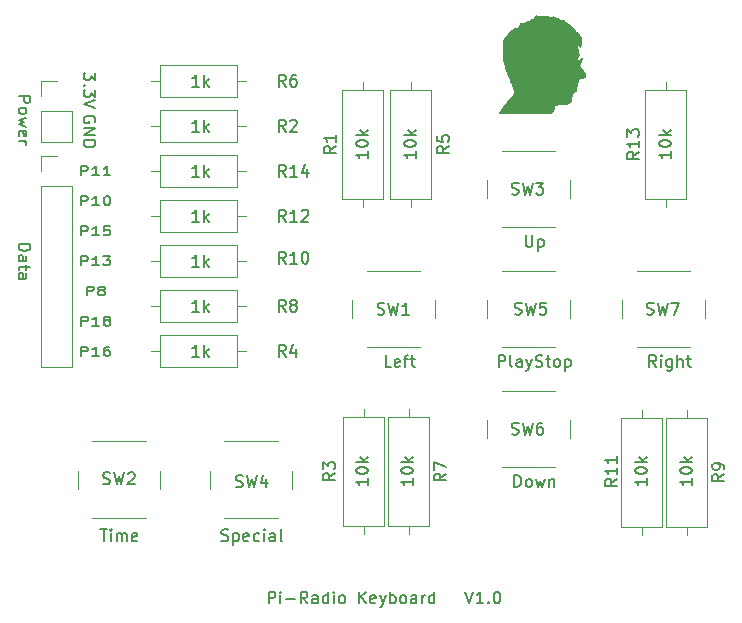
<source format=gbr>
%TF.GenerationSoftware,KiCad,Pcbnew,(5.1.10)-1*%
%TF.CreationDate,2021-10-30T19:23:44+02:00*%
%TF.ProjectId,Pi-Radio,50692d52-6164-4696-9f2e-6b696361645f,rev?*%
%TF.SameCoordinates,PX602aa70PY947d2f0*%
%TF.FileFunction,Legend,Top*%
%TF.FilePolarity,Positive*%
%FSLAX46Y46*%
G04 Gerber Fmt 4.6, Leading zero omitted, Abs format (unit mm)*
G04 Created by KiCad (PCBNEW (5.1.10)-1) date 2021-10-30 19:23:44*
%MOMM*%
%LPD*%
G01*
G04 APERTURE LIST*
%ADD10C,0.150000*%
%ADD11C,0.010000*%
%ADD12C,0.120000*%
G04 APERTURE END LIST*
D10*
X8162000Y44463905D02*
X8209619Y44559143D01*
X8209619Y44702000D01*
X8162000Y44844858D01*
X8066761Y44940096D01*
X7971523Y44987715D01*
X7781047Y45035334D01*
X7638190Y45035334D01*
X7447714Y44987715D01*
X7352476Y44940096D01*
X7257238Y44844858D01*
X7209619Y44702000D01*
X7209619Y44606762D01*
X7257238Y44463905D01*
X7304857Y44416286D01*
X7638190Y44416286D01*
X7638190Y44606762D01*
X7209619Y43987715D02*
X8209619Y43987715D01*
X7209619Y43416286D01*
X8209619Y43416286D01*
X7209619Y42940096D02*
X8209619Y42940096D01*
X8209619Y42702000D01*
X8162000Y42559143D01*
X8066761Y42463905D01*
X7971523Y42416286D01*
X7781047Y42368667D01*
X7638190Y42368667D01*
X7447714Y42416286D01*
X7352476Y42463905D01*
X7257238Y42559143D01*
X7209619Y42702000D01*
X7209619Y42940096D01*
X8209619Y48678191D02*
X8209619Y48059143D01*
X7828666Y48392477D01*
X7828666Y48249620D01*
X7781047Y48154381D01*
X7733428Y48106762D01*
X7638190Y48059143D01*
X7400095Y48059143D01*
X7304857Y48106762D01*
X7257238Y48154381D01*
X7209619Y48249620D01*
X7209619Y48535334D01*
X7257238Y48630572D01*
X7304857Y48678191D01*
X7304857Y47630572D02*
X7257238Y47582953D01*
X7209619Y47630572D01*
X7257238Y47678191D01*
X7304857Y47630572D01*
X7209619Y47630572D01*
X8209619Y47249620D02*
X8209619Y46630572D01*
X7828666Y46963905D01*
X7828666Y46821048D01*
X7781047Y46725810D01*
X7733428Y46678191D01*
X7638190Y46630572D01*
X7400095Y46630572D01*
X7304857Y46678191D01*
X7257238Y46725810D01*
X7209619Y46821048D01*
X7209619Y47106762D01*
X7257238Y47202000D01*
X7304857Y47249620D01*
X8209619Y46344858D02*
X7209619Y46011524D01*
X8209619Y45678191D01*
X22876285Y3749620D02*
X22876285Y4749620D01*
X23257238Y4749620D01*
X23352476Y4702000D01*
X23400095Y4654381D01*
X23447714Y4559143D01*
X23447714Y4416286D01*
X23400095Y4321048D01*
X23352476Y4273429D01*
X23257238Y4225810D01*
X22876285Y4225810D01*
X23876285Y3749620D02*
X23876285Y4416286D01*
X23876285Y4749620D02*
X23828666Y4702000D01*
X23876285Y4654381D01*
X23923904Y4702000D01*
X23876285Y4749620D01*
X23876285Y4654381D01*
X24352476Y4130572D02*
X25114380Y4130572D01*
X26162000Y3749620D02*
X25828666Y4225810D01*
X25590571Y3749620D02*
X25590571Y4749620D01*
X25971523Y4749620D01*
X26066761Y4702000D01*
X26114380Y4654381D01*
X26162000Y4559143D01*
X26162000Y4416286D01*
X26114380Y4321048D01*
X26066761Y4273429D01*
X25971523Y4225810D01*
X25590571Y4225810D01*
X27019142Y3749620D02*
X27019142Y4273429D01*
X26971523Y4368667D01*
X26876285Y4416286D01*
X26685809Y4416286D01*
X26590571Y4368667D01*
X27019142Y3797239D02*
X26923904Y3749620D01*
X26685809Y3749620D01*
X26590571Y3797239D01*
X26542952Y3892477D01*
X26542952Y3987715D01*
X26590571Y4082953D01*
X26685809Y4130572D01*
X26923904Y4130572D01*
X27019142Y4178191D01*
X27923904Y3749620D02*
X27923904Y4749620D01*
X27923904Y3797239D02*
X27828666Y3749620D01*
X27638190Y3749620D01*
X27542952Y3797239D01*
X27495333Y3844858D01*
X27447714Y3940096D01*
X27447714Y4225810D01*
X27495333Y4321048D01*
X27542952Y4368667D01*
X27638190Y4416286D01*
X27828666Y4416286D01*
X27923904Y4368667D01*
X28400095Y3749620D02*
X28400095Y4416286D01*
X28400095Y4749620D02*
X28352476Y4702000D01*
X28400095Y4654381D01*
X28447714Y4702000D01*
X28400095Y4749620D01*
X28400095Y4654381D01*
X29019142Y3749620D02*
X28923904Y3797239D01*
X28876285Y3844858D01*
X28828666Y3940096D01*
X28828666Y4225810D01*
X28876285Y4321048D01*
X28923904Y4368667D01*
X29019142Y4416286D01*
X29162000Y4416286D01*
X29257238Y4368667D01*
X29304857Y4321048D01*
X29352476Y4225810D01*
X29352476Y3940096D01*
X29304857Y3844858D01*
X29257238Y3797239D01*
X29162000Y3749620D01*
X29019142Y3749620D01*
X30542952Y3749620D02*
X30542952Y4749620D01*
X31114380Y3749620D02*
X30685809Y4321048D01*
X31114380Y4749620D02*
X30542952Y4178191D01*
X31923904Y3797239D02*
X31828666Y3749620D01*
X31638190Y3749620D01*
X31542952Y3797239D01*
X31495333Y3892477D01*
X31495333Y4273429D01*
X31542952Y4368667D01*
X31638190Y4416286D01*
X31828666Y4416286D01*
X31923904Y4368667D01*
X31971523Y4273429D01*
X31971523Y4178191D01*
X31495333Y4082953D01*
X32304857Y4416286D02*
X32542952Y3749620D01*
X32781047Y4416286D02*
X32542952Y3749620D01*
X32447714Y3511524D01*
X32400095Y3463905D01*
X32304857Y3416286D01*
X33162000Y3749620D02*
X33162000Y4749620D01*
X33162000Y4368667D02*
X33257238Y4416286D01*
X33447714Y4416286D01*
X33542952Y4368667D01*
X33590571Y4321048D01*
X33638190Y4225810D01*
X33638190Y3940096D01*
X33590571Y3844858D01*
X33542952Y3797239D01*
X33447714Y3749620D01*
X33257238Y3749620D01*
X33162000Y3797239D01*
X34209619Y3749620D02*
X34114380Y3797239D01*
X34066761Y3844858D01*
X34019142Y3940096D01*
X34019142Y4225810D01*
X34066761Y4321048D01*
X34114380Y4368667D01*
X34209619Y4416286D01*
X34352476Y4416286D01*
X34447714Y4368667D01*
X34495333Y4321048D01*
X34542952Y4225810D01*
X34542952Y3940096D01*
X34495333Y3844858D01*
X34447714Y3797239D01*
X34352476Y3749620D01*
X34209619Y3749620D01*
X35400095Y3749620D02*
X35400095Y4273429D01*
X35352476Y4368667D01*
X35257238Y4416286D01*
X35066761Y4416286D01*
X34971523Y4368667D01*
X35400095Y3797239D02*
X35304857Y3749620D01*
X35066761Y3749620D01*
X34971523Y3797239D01*
X34923904Y3892477D01*
X34923904Y3987715D01*
X34971523Y4082953D01*
X35066761Y4130572D01*
X35304857Y4130572D01*
X35400095Y4178191D01*
X35876285Y3749620D02*
X35876285Y4416286D01*
X35876285Y4225810D02*
X35923904Y4321048D01*
X35971523Y4368667D01*
X36066761Y4416286D01*
X36162000Y4416286D01*
X36923904Y3749620D02*
X36923904Y4749620D01*
X36923904Y3797239D02*
X36828666Y3749620D01*
X36638190Y3749620D01*
X36542952Y3797239D01*
X36495333Y3844858D01*
X36447714Y3940096D01*
X36447714Y4225810D01*
X36495333Y4321048D01*
X36542952Y4368667D01*
X36638190Y4416286D01*
X36828666Y4416286D01*
X36923904Y4368667D01*
X39542952Y4749620D02*
X39876285Y3749620D01*
X40209619Y4749620D01*
X41066761Y3749620D02*
X40495333Y3749620D01*
X40781047Y3749620D02*
X40781047Y4749620D01*
X40685809Y4606762D01*
X40590571Y4511524D01*
X40495333Y4463905D01*
X41495333Y3844858D02*
X41542952Y3797239D01*
X41495333Y3749620D01*
X41447714Y3797239D01*
X41495333Y3844858D01*
X41495333Y3749620D01*
X42162000Y4749620D02*
X42257238Y4749620D01*
X42352476Y4702000D01*
X42400095Y4654381D01*
X42447714Y4559143D01*
X42495333Y4368667D01*
X42495333Y4130572D01*
X42447714Y3940096D01*
X42400095Y3844858D01*
X42352476Y3797239D01*
X42257238Y3749620D01*
X42162000Y3749620D01*
X42066761Y3797239D01*
X42019142Y3844858D01*
X41971523Y3940096D01*
X41923904Y4130572D01*
X41923904Y4368667D01*
X41971523Y4559143D01*
X42019142Y4654381D01*
X42066761Y4702000D01*
X42162000Y4749620D01*
X7013714Y40022715D02*
X7013714Y40772715D01*
X7394666Y40772715D01*
X7489904Y40737000D01*
X7537523Y40701286D01*
X7585142Y40629858D01*
X7585142Y40522715D01*
X7537523Y40451286D01*
X7489904Y40415572D01*
X7394666Y40379858D01*
X7013714Y40379858D01*
X8537523Y40022715D02*
X7966095Y40022715D01*
X8251809Y40022715D02*
X8251809Y40772715D01*
X8156571Y40665572D01*
X8061333Y40594143D01*
X7966095Y40558429D01*
X9489904Y40022715D02*
X8918476Y40022715D01*
X9204190Y40022715D02*
X9204190Y40772715D01*
X9108952Y40665572D01*
X9013714Y40594143D01*
X8918476Y40558429D01*
X7013714Y37472715D02*
X7013714Y38222715D01*
X7394666Y38222715D01*
X7489904Y38187000D01*
X7537523Y38151286D01*
X7585142Y38079858D01*
X7585142Y37972715D01*
X7537523Y37901286D01*
X7489904Y37865572D01*
X7394666Y37829858D01*
X7013714Y37829858D01*
X8537523Y37472715D02*
X7966095Y37472715D01*
X8251809Y37472715D02*
X8251809Y38222715D01*
X8156571Y38115572D01*
X8061333Y38044143D01*
X7966095Y38008429D01*
X9156571Y38222715D02*
X9251809Y38222715D01*
X9347047Y38187000D01*
X9394666Y38151286D01*
X9442285Y38079858D01*
X9489904Y37937000D01*
X9489904Y37758429D01*
X9442285Y37615572D01*
X9394666Y37544143D01*
X9347047Y37508429D01*
X9251809Y37472715D01*
X9156571Y37472715D01*
X9061333Y37508429D01*
X9013714Y37544143D01*
X8966095Y37615572D01*
X8918476Y37758429D01*
X8918476Y37937000D01*
X8966095Y38079858D01*
X9013714Y38151286D01*
X9061333Y38187000D01*
X9156571Y38222715D01*
X7013714Y34922715D02*
X7013714Y35672715D01*
X7394666Y35672715D01*
X7489904Y35637000D01*
X7537523Y35601286D01*
X7585142Y35529858D01*
X7585142Y35422715D01*
X7537523Y35351286D01*
X7489904Y35315572D01*
X7394666Y35279858D01*
X7013714Y35279858D01*
X8537523Y34922715D02*
X7966095Y34922715D01*
X8251809Y34922715D02*
X8251809Y35672715D01*
X8156571Y35565572D01*
X8061333Y35494143D01*
X7966095Y35458429D01*
X9442285Y35672715D02*
X8966095Y35672715D01*
X8918476Y35315572D01*
X8966095Y35351286D01*
X9061333Y35387000D01*
X9299428Y35387000D01*
X9394666Y35351286D01*
X9442285Y35315572D01*
X9489904Y35244143D01*
X9489904Y35065572D01*
X9442285Y34994143D01*
X9394666Y34958429D01*
X9299428Y34922715D01*
X9061333Y34922715D01*
X8966095Y34958429D01*
X8918476Y34994143D01*
X7013714Y32372715D02*
X7013714Y33122715D01*
X7394666Y33122715D01*
X7489904Y33087000D01*
X7537523Y33051286D01*
X7585142Y32979858D01*
X7585142Y32872715D01*
X7537523Y32801286D01*
X7489904Y32765572D01*
X7394666Y32729858D01*
X7013714Y32729858D01*
X8537523Y32372715D02*
X7966095Y32372715D01*
X8251809Y32372715D02*
X8251809Y33122715D01*
X8156571Y33015572D01*
X8061333Y32944143D01*
X7966095Y32908429D01*
X8870857Y33122715D02*
X9489904Y33122715D01*
X9156571Y32837000D01*
X9299428Y32837000D01*
X9394666Y32801286D01*
X9442285Y32765572D01*
X9489904Y32694143D01*
X9489904Y32515572D01*
X9442285Y32444143D01*
X9394666Y32408429D01*
X9299428Y32372715D01*
X9013714Y32372715D01*
X8918476Y32408429D01*
X8870857Y32444143D01*
X7489904Y29822715D02*
X7489904Y30572715D01*
X7870857Y30572715D01*
X7966095Y30537000D01*
X8013714Y30501286D01*
X8061333Y30429858D01*
X8061333Y30322715D01*
X8013714Y30251286D01*
X7966095Y30215572D01*
X7870857Y30179858D01*
X7489904Y30179858D01*
X8632761Y30251286D02*
X8537523Y30287000D01*
X8489904Y30322715D01*
X8442285Y30394143D01*
X8442285Y30429858D01*
X8489904Y30501286D01*
X8537523Y30537000D01*
X8632761Y30572715D01*
X8823238Y30572715D01*
X8918476Y30537000D01*
X8966095Y30501286D01*
X9013714Y30429858D01*
X9013714Y30394143D01*
X8966095Y30322715D01*
X8918476Y30287000D01*
X8823238Y30251286D01*
X8632761Y30251286D01*
X8537523Y30215572D01*
X8489904Y30179858D01*
X8442285Y30108429D01*
X8442285Y29965572D01*
X8489904Y29894143D01*
X8537523Y29858429D01*
X8632761Y29822715D01*
X8823238Y29822715D01*
X8918476Y29858429D01*
X8966095Y29894143D01*
X9013714Y29965572D01*
X9013714Y30108429D01*
X8966095Y30179858D01*
X8918476Y30215572D01*
X8823238Y30251286D01*
X7013714Y27272715D02*
X7013714Y28022715D01*
X7394666Y28022715D01*
X7489904Y27987000D01*
X7537523Y27951286D01*
X7585142Y27879858D01*
X7585142Y27772715D01*
X7537523Y27701286D01*
X7489904Y27665572D01*
X7394666Y27629858D01*
X7013714Y27629858D01*
X8537523Y27272715D02*
X7966095Y27272715D01*
X8251809Y27272715D02*
X8251809Y28022715D01*
X8156571Y27915572D01*
X8061333Y27844143D01*
X7966095Y27808429D01*
X9108952Y27701286D02*
X9013714Y27737000D01*
X8966095Y27772715D01*
X8918476Y27844143D01*
X8918476Y27879858D01*
X8966095Y27951286D01*
X9013714Y27987000D01*
X9108952Y28022715D01*
X9299428Y28022715D01*
X9394666Y27987000D01*
X9442285Y27951286D01*
X9489904Y27879858D01*
X9489904Y27844143D01*
X9442285Y27772715D01*
X9394666Y27737000D01*
X9299428Y27701286D01*
X9108952Y27701286D01*
X9013714Y27665572D01*
X8966095Y27629858D01*
X8918476Y27558429D01*
X8918476Y27415572D01*
X8966095Y27344143D01*
X9013714Y27308429D01*
X9108952Y27272715D01*
X9299428Y27272715D01*
X9394666Y27308429D01*
X9442285Y27344143D01*
X9489904Y27415572D01*
X9489904Y27558429D01*
X9442285Y27629858D01*
X9394666Y27665572D01*
X9299428Y27701286D01*
X7013714Y24722715D02*
X7013714Y25472715D01*
X7394666Y25472715D01*
X7489904Y25437000D01*
X7537523Y25401286D01*
X7585142Y25329858D01*
X7585142Y25222715D01*
X7537523Y25151286D01*
X7489904Y25115572D01*
X7394666Y25079858D01*
X7013714Y25079858D01*
X8537523Y24722715D02*
X7966095Y24722715D01*
X8251809Y24722715D02*
X8251809Y25472715D01*
X8156571Y25365572D01*
X8061333Y25294143D01*
X7966095Y25258429D01*
X9394666Y25472715D02*
X9204190Y25472715D01*
X9108952Y25437000D01*
X9061333Y25401286D01*
X8966095Y25294143D01*
X8918476Y25151286D01*
X8918476Y24865572D01*
X8966095Y24794143D01*
X9013714Y24758429D01*
X9108952Y24722715D01*
X9299428Y24722715D01*
X9394666Y24758429D01*
X9442285Y24794143D01*
X9489904Y24865572D01*
X9489904Y25044143D01*
X9442285Y25115572D01*
X9394666Y25151286D01*
X9299428Y25187000D01*
X9108952Y25187000D01*
X9013714Y25151286D01*
X8966095Y25115572D01*
X8918476Y25044143D01*
D11*
%TO.C,Silvan Logo*%
G36*
X45553030Y53529394D02*
G01*
X45582240Y53497484D01*
X45639960Y53461059D01*
X45651675Y53455260D01*
X45713202Y53430087D01*
X45755935Y53432126D01*
X45807201Y53463780D01*
X45815158Y53469634D01*
X45859309Y53497912D01*
X45905369Y53512638D01*
X45968813Y53515901D01*
X46065115Y53509789D01*
X46093834Y53507251D01*
X46196450Y53493955D01*
X46279913Y53475790D01*
X46328815Y53456239D01*
X46332251Y53453369D01*
X46378212Y53425098D01*
X46424174Y53419434D01*
X46449329Y53438022D01*
X46450041Y53444062D01*
X46468645Y53467561D01*
X46510197Y53464136D01*
X46548705Y53439666D01*
X46592451Y53411555D01*
X46661585Y53381042D01*
X46677439Y53375341D01*
X46744235Y53356167D01*
X46784836Y53360345D01*
X46821140Y53390501D01*
X46823321Y53392830D01*
X46889035Y53430874D01*
X46976000Y53443582D01*
X47058315Y53428413D01*
X47078495Y53417876D01*
X47101093Y53397139D01*
X47083496Y53392091D01*
X47053293Y53384886D01*
X47063538Y53368357D01*
X47104525Y53348254D01*
X47166548Y53330326D01*
X47197247Y53324720D01*
X47285219Y53302581D01*
X47361089Y53268880D01*
X47377520Y53257743D01*
X47430807Y53222445D01*
X47468041Y53208392D01*
X47485231Y53189581D01*
X47482045Y53172492D01*
X47490263Y53134261D01*
X47510043Y53120563D01*
X47553458Y53125150D01*
X47566796Y53143566D01*
X47596664Y53166483D01*
X47649024Y53176587D01*
X47701493Y53173160D01*
X47731688Y53155483D01*
X47733134Y53148905D01*
X47749507Y53138487D01*
X47759320Y53142928D01*
X47780965Y53135857D01*
X47785906Y53111741D01*
X47790422Y53080177D01*
X47809573Y53097368D01*
X47814085Y53103649D01*
X47840022Y53127548D01*
X47855301Y53109728D01*
X47884782Y53063148D01*
X47904432Y53040835D01*
X47928608Y53006231D01*
X47928119Y52993135D01*
X47936073Y52969241D01*
X47968644Y52933588D01*
X48006622Y52908248D01*
X48021175Y52916292D01*
X48032507Y52943580D01*
X48068889Y52933238D01*
X48133902Y52883923D01*
X48153550Y52866687D01*
X48228162Y52812457D01*
X48288302Y52799214D01*
X48301590Y52801547D01*
X48343798Y52804752D01*
X48346308Y52780073D01*
X48346293Y52780033D01*
X48354251Y52741335D01*
X48373176Y52728159D01*
X48408942Y52693543D01*
X48413959Y52672409D01*
X48435618Y52639461D01*
X48464135Y52632309D01*
X48512970Y52608261D01*
X48549084Y52553752D01*
X48579061Y52499959D01*
X48604940Y52475355D01*
X48606452Y52475196D01*
X48617993Y52455687D01*
X48612855Y52433002D01*
X48610828Y52402976D01*
X48636239Y52405994D01*
X48670285Y52409640D01*
X48675815Y52402026D01*
X48696754Y52377884D01*
X48734732Y52356065D01*
X48777263Y52324440D01*
X48787103Y52297485D01*
X48802589Y52270638D01*
X48826382Y52265310D01*
X48855886Y52260495D01*
X48836138Y52242079D01*
X48835228Y52241501D01*
X48812515Y52217516D01*
X48830314Y52186320D01*
X48839670Y52176672D01*
X48874962Y52154221D01*
X48889945Y52161814D01*
X48910367Y52163917D01*
X48947174Y52131877D01*
X48947611Y52131368D01*
X48977257Y52093093D01*
X48971407Y52085025D01*
X48953954Y52090657D01*
X48918277Y52093656D01*
X48911485Y52083671D01*
X48934195Y52063102D01*
X48989573Y52044044D01*
X48996588Y52042490D01*
X49093030Y51996614D01*
X49179444Y51905943D01*
X49252247Y51777656D01*
X49307856Y51618931D01*
X49342688Y51436947D01*
X49351616Y51331150D01*
X49354780Y51214786D01*
X49349119Y51132024D01*
X49331909Y51064450D01*
X49302249Y50997284D01*
X49264388Y50929243D01*
X49232870Y50886001D01*
X49220992Y50877876D01*
X49198290Y50899643D01*
X49166976Y50954314D01*
X49154877Y50980578D01*
X49104901Y51061770D01*
X49051444Y51094546D01*
X49002259Y51085949D01*
X48977980Y51035654D01*
X48978473Y50942279D01*
X49003601Y50804440D01*
X49017549Y50747907D01*
X49042432Y50639090D01*
X49058871Y50541611D01*
X49064152Y50472531D01*
X49063247Y50460502D01*
X49067007Y50396562D01*
X49086902Y50357738D01*
X49107293Y50314265D01*
X49118440Y50243919D01*
X49119706Y50167308D01*
X49110455Y50105037D01*
X49095484Y50079649D01*
X49068376Y50047277D01*
X49033930Y49987427D01*
X49026934Y49973144D01*
X49000315Y49902549D01*
X49001975Y49845387D01*
X49016749Y49803008D01*
X49047820Y49747942D01*
X49090464Y49730703D01*
X49129216Y49732714D01*
X49196960Y49755634D01*
X49236896Y49792674D01*
X49265684Y49839037D01*
X49279993Y49856639D01*
X49300980Y49889953D01*
X49311903Y49915556D01*
X49341198Y49950703D01*
X49380070Y49960547D01*
X49406826Y49942174D01*
X49409314Y49928649D01*
X49399072Y49892684D01*
X49371092Y49820446D01*
X49329883Y49723075D01*
X49289079Y49631626D01*
X49168541Y49367335D01*
X49265781Y49173379D01*
X49329046Y49061085D01*
X49403564Y48948991D01*
X49473797Y48860365D01*
X49477438Y48856406D01*
X49577610Y48737225D01*
X49637963Y48633774D01*
X49663424Y48534569D01*
X49659517Y48432023D01*
X49636475Y48344230D01*
X49592368Y48283147D01*
X49518302Y48242645D01*
X49405379Y48216593D01*
X49333341Y48207265D01*
X49238203Y48194677D01*
X49162342Y48180729D01*
X49122279Y48168480D01*
X49089325Y48131742D01*
X49060375Y48061510D01*
X49033681Y47951858D01*
X49007493Y47796861D01*
X49002648Y47763333D01*
X48982827Y47639211D01*
X48963167Y47556635D01*
X48940303Y47504899D01*
X48911698Y47473914D01*
X48879047Y47444055D01*
X48868153Y47409436D01*
X48876302Y47351942D01*
X48886865Y47308177D01*
X48903721Y47232408D01*
X48901947Y47186305D01*
X48876726Y47149016D01*
X48842718Y47117153D01*
X48723348Y47008883D01*
X48637712Y46924959D01*
X48580192Y46855170D01*
X48545174Y46789304D01*
X48527039Y46717149D01*
X48520172Y46628493D01*
X48518989Y46528549D01*
X48502328Y46396306D01*
X48448489Y46280555D01*
X48351771Y46167649D01*
X48314502Y46134504D01*
X48274253Y46108015D01*
X48223912Y46086675D01*
X48156368Y46068973D01*
X48064508Y46053402D01*
X47941220Y46038453D01*
X47779393Y46022616D01*
X47589114Y46005860D01*
X47408739Y45990503D01*
X47273883Y45978364D01*
X47177957Y45967432D01*
X47114370Y45955701D01*
X47076530Y45941160D01*
X47057849Y45921803D01*
X47051735Y45895620D01*
X47051598Y45860603D01*
X47051734Y45842096D01*
X47031190Y45711473D01*
X46969928Y45558259D01*
X46866613Y45379129D01*
X46864559Y45375954D01*
X46781634Y45247979D01*
X44586456Y45247979D01*
X44196758Y45248003D01*
X43856130Y45248126D01*
X43561271Y45248424D01*
X43308882Y45248974D01*
X43095660Y45249852D01*
X42918307Y45251135D01*
X42773520Y45252900D01*
X42657999Y45255222D01*
X42568443Y45258179D01*
X42501553Y45261846D01*
X42454026Y45266301D01*
X42422562Y45271619D01*
X42403860Y45277878D01*
X42394621Y45285153D01*
X42391542Y45293522D01*
X42391279Y45298854D01*
X42408344Y45366149D01*
X42454419Y45457472D01*
X42521817Y45559483D01*
X42591112Y45645745D01*
X42651676Y45720396D01*
X42702866Y45793497D01*
X42716146Y45815951D01*
X42754506Y45870792D01*
X42817922Y45945726D01*
X42893132Y46025147D01*
X42898207Y46030186D01*
X42972823Y46108089D01*
X43035766Y46181198D01*
X43074272Y46234615D01*
X43075930Y46237620D01*
X43170417Y46372349D01*
X43295302Y46489518D01*
X43337659Y46519185D01*
X43446783Y46615587D01*
X43541562Y46749442D01*
X43612613Y46906066D01*
X43635638Y46985467D01*
X43661340Y47103560D01*
X43671583Y47179581D01*
X43666379Y47221493D01*
X43645739Y47237259D01*
X43636014Y47238082D01*
X43591416Y47259976D01*
X43557917Y47327418D01*
X43534397Y47443050D01*
X43528797Y47490638D01*
X43513562Y47577431D01*
X43482510Y47678350D01*
X43432033Y47803221D01*
X43358527Y47961871D01*
X43347635Y47984371D01*
X43280304Y48126788D01*
X43214748Y48272226D01*
X43157916Y48404841D01*
X43116757Y48508789D01*
X43112601Y48520262D01*
X43077309Y48616125D01*
X43046654Y48693643D01*
X43026253Y48738743D01*
X43023754Y48742840D01*
X43006413Y48780925D01*
X42980731Y48852585D01*
X42956978Y48927051D01*
X42927664Y49021186D01*
X42900802Y49102894D01*
X42886023Y49144314D01*
X42866893Y49220277D01*
X42862619Y49267418D01*
X42853316Y49342657D01*
X42826454Y49460304D01*
X42783606Y49614018D01*
X42747944Y49730214D01*
X42735784Y49780314D01*
X42726241Y49848869D01*
X42719040Y49941835D01*
X42713909Y50065170D01*
X42710572Y50224831D01*
X42708757Y50426775D01*
X42708249Y50594338D01*
X42707257Y51336123D01*
X42789301Y51493237D01*
X42834287Y51575199D01*
X42872586Y51637584D01*
X42895404Y51666371D01*
X42915678Y51689108D01*
X42915536Y51692556D01*
X42921251Y51732125D01*
X42948706Y51775369D01*
X42979052Y51794371D01*
X43014474Y51815207D01*
X43041993Y51853288D01*
X43111803Y51976265D01*
X43171695Y52055888D01*
X43226331Y52098742D01*
X43271016Y52129280D01*
X43285104Y52151113D01*
X43308217Y52203377D01*
X43362441Y52244048D01*
X43426605Y52258470D01*
X43438100Y52257047D01*
X43484518Y52256231D01*
X43518253Y52283756D01*
X43550428Y52343016D01*
X43582243Y52404459D01*
X43613636Y52429615D01*
X43665190Y52428865D01*
X43706491Y52421739D01*
X43788066Y52413435D01*
X43834120Y52427299D01*
X43843527Y52436799D01*
X43887833Y52464822D01*
X43949320Y52480113D01*
X44010725Y52498293D01*
X44035439Y52542185D01*
X44036244Y52547206D01*
X44052578Y52593255D01*
X44070521Y52606123D01*
X44084461Y52622274D01*
X44080248Y52632309D01*
X44082324Y52656439D01*
X44091795Y52658495D01*
X44111576Y52681166D01*
X44119526Y52733845D01*
X44139272Y52814673D01*
X44198109Y52860882D01*
X44295436Y52872018D01*
X44302065Y52871592D01*
X44395669Y52877550D01*
X44489657Y52901672D01*
X44495848Y52904162D01*
X44562913Y52926361D01*
X44589958Y52919497D01*
X44590866Y52914009D01*
X44603026Y52908142D01*
X44626172Y52932439D01*
X44668340Y52964464D01*
X44695033Y52959984D01*
X44718850Y52955640D01*
X44716541Y52975389D01*
X44722403Y53025619D01*
X44769858Y53061755D01*
X44848656Y53077124D01*
X44872484Y53076920D01*
X44962262Y53074261D01*
X45011598Y53078621D01*
X45032247Y53092715D01*
X45036021Y53114711D01*
X45058624Y53145585D01*
X45114834Y53176214D01*
X45134217Y53183094D01*
X45248045Y53227852D01*
X45320824Y53280918D01*
X45363858Y53351864D01*
X45375192Y53387082D01*
X45404450Y53452241D01*
X45448413Y53506951D01*
X45495784Y53542174D01*
X45535270Y53548870D01*
X45553030Y53529394D01*
G37*
X45553030Y53529394D02*
X45582240Y53497484D01*
X45639960Y53461059D01*
X45651675Y53455260D01*
X45713202Y53430087D01*
X45755935Y53432126D01*
X45807201Y53463780D01*
X45815158Y53469634D01*
X45859309Y53497912D01*
X45905369Y53512638D01*
X45968813Y53515901D01*
X46065115Y53509789D01*
X46093834Y53507251D01*
X46196450Y53493955D01*
X46279913Y53475790D01*
X46328815Y53456239D01*
X46332251Y53453369D01*
X46378212Y53425098D01*
X46424174Y53419434D01*
X46449329Y53438022D01*
X46450041Y53444062D01*
X46468645Y53467561D01*
X46510197Y53464136D01*
X46548705Y53439666D01*
X46592451Y53411555D01*
X46661585Y53381042D01*
X46677439Y53375341D01*
X46744235Y53356167D01*
X46784836Y53360345D01*
X46821140Y53390501D01*
X46823321Y53392830D01*
X46889035Y53430874D01*
X46976000Y53443582D01*
X47058315Y53428413D01*
X47078495Y53417876D01*
X47101093Y53397139D01*
X47083496Y53392091D01*
X47053293Y53384886D01*
X47063538Y53368357D01*
X47104525Y53348254D01*
X47166548Y53330326D01*
X47197247Y53324720D01*
X47285219Y53302581D01*
X47361089Y53268880D01*
X47377520Y53257743D01*
X47430807Y53222445D01*
X47468041Y53208392D01*
X47485231Y53189581D01*
X47482045Y53172492D01*
X47490263Y53134261D01*
X47510043Y53120563D01*
X47553458Y53125150D01*
X47566796Y53143566D01*
X47596664Y53166483D01*
X47649024Y53176587D01*
X47701493Y53173160D01*
X47731688Y53155483D01*
X47733134Y53148905D01*
X47749507Y53138487D01*
X47759320Y53142928D01*
X47780965Y53135857D01*
X47785906Y53111741D01*
X47790422Y53080177D01*
X47809573Y53097368D01*
X47814085Y53103649D01*
X47840022Y53127548D01*
X47855301Y53109728D01*
X47884782Y53063148D01*
X47904432Y53040835D01*
X47928608Y53006231D01*
X47928119Y52993135D01*
X47936073Y52969241D01*
X47968644Y52933588D01*
X48006622Y52908248D01*
X48021175Y52916292D01*
X48032507Y52943580D01*
X48068889Y52933238D01*
X48133902Y52883923D01*
X48153550Y52866687D01*
X48228162Y52812457D01*
X48288302Y52799214D01*
X48301590Y52801547D01*
X48343798Y52804752D01*
X48346308Y52780073D01*
X48346293Y52780033D01*
X48354251Y52741335D01*
X48373176Y52728159D01*
X48408942Y52693543D01*
X48413959Y52672409D01*
X48435618Y52639461D01*
X48464135Y52632309D01*
X48512970Y52608261D01*
X48549084Y52553752D01*
X48579061Y52499959D01*
X48604940Y52475355D01*
X48606452Y52475196D01*
X48617993Y52455687D01*
X48612855Y52433002D01*
X48610828Y52402976D01*
X48636239Y52405994D01*
X48670285Y52409640D01*
X48675815Y52402026D01*
X48696754Y52377884D01*
X48734732Y52356065D01*
X48777263Y52324440D01*
X48787103Y52297485D01*
X48802589Y52270638D01*
X48826382Y52265310D01*
X48855886Y52260495D01*
X48836138Y52242079D01*
X48835228Y52241501D01*
X48812515Y52217516D01*
X48830314Y52186320D01*
X48839670Y52176672D01*
X48874962Y52154221D01*
X48889945Y52161814D01*
X48910367Y52163917D01*
X48947174Y52131877D01*
X48947611Y52131368D01*
X48977257Y52093093D01*
X48971407Y52085025D01*
X48953954Y52090657D01*
X48918277Y52093656D01*
X48911485Y52083671D01*
X48934195Y52063102D01*
X48989573Y52044044D01*
X48996588Y52042490D01*
X49093030Y51996614D01*
X49179444Y51905943D01*
X49252247Y51777656D01*
X49307856Y51618931D01*
X49342688Y51436947D01*
X49351616Y51331150D01*
X49354780Y51214786D01*
X49349119Y51132024D01*
X49331909Y51064450D01*
X49302249Y50997284D01*
X49264388Y50929243D01*
X49232870Y50886001D01*
X49220992Y50877876D01*
X49198290Y50899643D01*
X49166976Y50954314D01*
X49154877Y50980578D01*
X49104901Y51061770D01*
X49051444Y51094546D01*
X49002259Y51085949D01*
X48977980Y51035654D01*
X48978473Y50942279D01*
X49003601Y50804440D01*
X49017549Y50747907D01*
X49042432Y50639090D01*
X49058871Y50541611D01*
X49064152Y50472531D01*
X49063247Y50460502D01*
X49067007Y50396562D01*
X49086902Y50357738D01*
X49107293Y50314265D01*
X49118440Y50243919D01*
X49119706Y50167308D01*
X49110455Y50105037D01*
X49095484Y50079649D01*
X49068376Y50047277D01*
X49033930Y49987427D01*
X49026934Y49973144D01*
X49000315Y49902549D01*
X49001975Y49845387D01*
X49016749Y49803008D01*
X49047820Y49747942D01*
X49090464Y49730703D01*
X49129216Y49732714D01*
X49196960Y49755634D01*
X49236896Y49792674D01*
X49265684Y49839037D01*
X49279993Y49856639D01*
X49300980Y49889953D01*
X49311903Y49915556D01*
X49341198Y49950703D01*
X49380070Y49960547D01*
X49406826Y49942174D01*
X49409314Y49928649D01*
X49399072Y49892684D01*
X49371092Y49820446D01*
X49329883Y49723075D01*
X49289079Y49631626D01*
X49168541Y49367335D01*
X49265781Y49173379D01*
X49329046Y49061085D01*
X49403564Y48948991D01*
X49473797Y48860365D01*
X49477438Y48856406D01*
X49577610Y48737225D01*
X49637963Y48633774D01*
X49663424Y48534569D01*
X49659517Y48432023D01*
X49636475Y48344230D01*
X49592368Y48283147D01*
X49518302Y48242645D01*
X49405379Y48216593D01*
X49333341Y48207265D01*
X49238203Y48194677D01*
X49162342Y48180729D01*
X49122279Y48168480D01*
X49089325Y48131742D01*
X49060375Y48061510D01*
X49033681Y47951858D01*
X49007493Y47796861D01*
X49002648Y47763333D01*
X48982827Y47639211D01*
X48963167Y47556635D01*
X48940303Y47504899D01*
X48911698Y47473914D01*
X48879047Y47444055D01*
X48868153Y47409436D01*
X48876302Y47351942D01*
X48886865Y47308177D01*
X48903721Y47232408D01*
X48901947Y47186305D01*
X48876726Y47149016D01*
X48842718Y47117153D01*
X48723348Y47008883D01*
X48637712Y46924959D01*
X48580192Y46855170D01*
X48545174Y46789304D01*
X48527039Y46717149D01*
X48520172Y46628493D01*
X48518989Y46528549D01*
X48502328Y46396306D01*
X48448489Y46280555D01*
X48351771Y46167649D01*
X48314502Y46134504D01*
X48274253Y46108015D01*
X48223912Y46086675D01*
X48156368Y46068973D01*
X48064508Y46053402D01*
X47941220Y46038453D01*
X47779393Y46022616D01*
X47589114Y46005860D01*
X47408739Y45990503D01*
X47273883Y45978364D01*
X47177957Y45967432D01*
X47114370Y45955701D01*
X47076530Y45941160D01*
X47057849Y45921803D01*
X47051735Y45895620D01*
X47051598Y45860603D01*
X47051734Y45842096D01*
X47031190Y45711473D01*
X46969928Y45558259D01*
X46866613Y45379129D01*
X46864559Y45375954D01*
X46781634Y45247979D01*
X44586456Y45247979D01*
X44196758Y45248003D01*
X43856130Y45248126D01*
X43561271Y45248424D01*
X43308882Y45248974D01*
X43095660Y45249852D01*
X42918307Y45251135D01*
X42773520Y45252900D01*
X42657999Y45255222D01*
X42568443Y45258179D01*
X42501553Y45261846D01*
X42454026Y45266301D01*
X42422562Y45271619D01*
X42403860Y45277878D01*
X42394621Y45285153D01*
X42391542Y45293522D01*
X42391279Y45298854D01*
X42408344Y45366149D01*
X42454419Y45457472D01*
X42521817Y45559483D01*
X42591112Y45645745D01*
X42651676Y45720396D01*
X42702866Y45793497D01*
X42716146Y45815951D01*
X42754506Y45870792D01*
X42817922Y45945726D01*
X42893132Y46025147D01*
X42898207Y46030186D01*
X42972823Y46108089D01*
X43035766Y46181198D01*
X43074272Y46234615D01*
X43075930Y46237620D01*
X43170417Y46372349D01*
X43295302Y46489518D01*
X43337659Y46519185D01*
X43446783Y46615587D01*
X43541562Y46749442D01*
X43612613Y46906066D01*
X43635638Y46985467D01*
X43661340Y47103560D01*
X43671583Y47179581D01*
X43666379Y47221493D01*
X43645739Y47237259D01*
X43636014Y47238082D01*
X43591416Y47259976D01*
X43557917Y47327418D01*
X43534397Y47443050D01*
X43528797Y47490638D01*
X43513562Y47577431D01*
X43482510Y47678350D01*
X43432033Y47803221D01*
X43358527Y47961871D01*
X43347635Y47984371D01*
X43280304Y48126788D01*
X43214748Y48272226D01*
X43157916Y48404841D01*
X43116757Y48508789D01*
X43112601Y48520262D01*
X43077309Y48616125D01*
X43046654Y48693643D01*
X43026253Y48738743D01*
X43023754Y48742840D01*
X43006413Y48780925D01*
X42980731Y48852585D01*
X42956978Y48927051D01*
X42927664Y49021186D01*
X42900802Y49102894D01*
X42886023Y49144314D01*
X42866893Y49220277D01*
X42862619Y49267418D01*
X42853316Y49342657D01*
X42826454Y49460304D01*
X42783606Y49614018D01*
X42747944Y49730214D01*
X42735784Y49780314D01*
X42726241Y49848869D01*
X42719040Y49941835D01*
X42713909Y50065170D01*
X42710572Y50224831D01*
X42708757Y50426775D01*
X42708249Y50594338D01*
X42707257Y51336123D01*
X42789301Y51493237D01*
X42834287Y51575199D01*
X42872586Y51637584D01*
X42895404Y51666371D01*
X42915678Y51689108D01*
X42915536Y51692556D01*
X42921251Y51732125D01*
X42948706Y51775369D01*
X42979052Y51794371D01*
X43014474Y51815207D01*
X43041993Y51853288D01*
X43111803Y51976265D01*
X43171695Y52055888D01*
X43226331Y52098742D01*
X43271016Y52129280D01*
X43285104Y52151113D01*
X43308217Y52203377D01*
X43362441Y52244048D01*
X43426605Y52258470D01*
X43438100Y52257047D01*
X43484518Y52256231D01*
X43518253Y52283756D01*
X43550428Y52343016D01*
X43582243Y52404459D01*
X43613636Y52429615D01*
X43665190Y52428865D01*
X43706491Y52421739D01*
X43788066Y52413435D01*
X43834120Y52427299D01*
X43843527Y52436799D01*
X43887833Y52464822D01*
X43949320Y52480113D01*
X44010725Y52498293D01*
X44035439Y52542185D01*
X44036244Y52547206D01*
X44052578Y52593255D01*
X44070521Y52606123D01*
X44084461Y52622274D01*
X44080248Y52632309D01*
X44082324Y52656439D01*
X44091795Y52658495D01*
X44111576Y52681166D01*
X44119526Y52733845D01*
X44139272Y52814673D01*
X44198109Y52860882D01*
X44295436Y52872018D01*
X44302065Y52871592D01*
X44395669Y52877550D01*
X44489657Y52901672D01*
X44495848Y52904162D01*
X44562913Y52926361D01*
X44589958Y52919497D01*
X44590866Y52914009D01*
X44603026Y52908142D01*
X44626172Y52932439D01*
X44668340Y52964464D01*
X44695033Y52959984D01*
X44718850Y52955640D01*
X44716541Y52975389D01*
X44722403Y53025619D01*
X44769858Y53061755D01*
X44848656Y53077124D01*
X44872484Y53076920D01*
X44962262Y53074261D01*
X45011598Y53078621D01*
X45032247Y53092715D01*
X45036021Y53114711D01*
X45058624Y53145585D01*
X45114834Y53176214D01*
X45134217Y53183094D01*
X45248045Y53227852D01*
X45320824Y53280918D01*
X45363858Y53351864D01*
X45375192Y53387082D01*
X45404450Y53452241D01*
X45448413Y53506951D01*
X45495784Y53542174D01*
X45535270Y53548870D01*
X45553030Y53529394D01*
D12*
%TO.C,J1*%
X3596000Y23762000D02*
X6256000Y23762000D01*
X3596000Y39062000D02*
X3596000Y23762000D01*
X6256000Y39062000D02*
X6256000Y23762000D01*
X3596000Y39062000D02*
X6256000Y39062000D01*
X3596000Y40332000D02*
X3596000Y41662000D01*
X3596000Y41662000D02*
X4926000Y41662000D01*
%TO.C,SW2*%
X7958000Y10956000D02*
X12458000Y10956000D01*
X6708000Y14956000D02*
X6708000Y13456000D01*
X12458000Y17456000D02*
X7958000Y17456000D01*
X13708000Y13456000D02*
X13708000Y14956000D01*
%TO.C,R8*%
X20219354Y27536457D02*
X20219354Y30276457D01*
X20219354Y30276457D02*
X13679354Y30276457D01*
X13679354Y30276457D02*
X13679354Y27536457D01*
X13679354Y27536457D02*
X20219354Y27536457D01*
X20989354Y28906457D02*
X20219354Y28906457D01*
X12909354Y28906457D02*
X13679354Y28906457D01*
%TO.C,R2*%
X20219354Y42776457D02*
X20219354Y45516457D01*
X20219354Y45516457D02*
X13679354Y45516457D01*
X13679354Y45516457D02*
X13679354Y42776457D01*
X13679354Y42776457D02*
X20219354Y42776457D01*
X20989354Y44146457D02*
X20219354Y44146457D01*
X12909354Y44146457D02*
X13679354Y44146457D01*
%TO.C,R3*%
X32639354Y19518357D02*
X29199354Y19518357D01*
X29199354Y19518357D02*
X29199354Y10278357D01*
X29199354Y10278357D02*
X32639354Y10278357D01*
X32639354Y10278357D02*
X32639354Y19518357D01*
X30919354Y20208357D02*
X30919354Y19518357D01*
X30919354Y9588357D02*
X30919354Y10278357D01*
%TO.C,R4*%
X20219354Y23726457D02*
X20219354Y26466457D01*
X20219354Y26466457D02*
X13679354Y26466457D01*
X13679354Y26466457D02*
X13679354Y23726457D01*
X13679354Y23726457D02*
X20219354Y23726457D01*
X20989354Y25096457D02*
X20219354Y25096457D01*
X12909354Y25096457D02*
X13679354Y25096457D01*
%TO.C,R5*%
X33178000Y37998000D02*
X36618000Y37998000D01*
X36618000Y37998000D02*
X36618000Y47238000D01*
X36618000Y47238000D02*
X33178000Y47238000D01*
X33178000Y47238000D02*
X33178000Y37998000D01*
X34898000Y37308000D02*
X34898000Y37998000D01*
X34898000Y47928000D02*
X34898000Y47238000D01*
%TO.C,R11*%
X56180457Y19466646D02*
X52740457Y19466646D01*
X52740457Y19466646D02*
X52740457Y10226646D01*
X52740457Y10226646D02*
X56180457Y10226646D01*
X56180457Y10226646D02*
X56180457Y19466646D01*
X54460457Y20156646D02*
X54460457Y19466646D01*
X54460457Y9536646D02*
X54460457Y10226646D01*
%TO.C,R9*%
X59990457Y19466646D02*
X56550457Y19466646D01*
X56550457Y19466646D02*
X56550457Y10226646D01*
X56550457Y10226646D02*
X59990457Y10226646D01*
X59990457Y10226646D02*
X59990457Y19466646D01*
X58270457Y20156646D02*
X58270457Y19466646D01*
X58270457Y9536646D02*
X58270457Y10226646D01*
%TO.C,SW4*%
X19134000Y10956000D02*
X23634000Y10956000D01*
X17884000Y14956000D02*
X17884000Y13456000D01*
X23634000Y17456000D02*
X19134000Y17456000D01*
X24884000Y13456000D02*
X24884000Y14956000D01*
%TO.C,R10*%
X20219354Y31346457D02*
X20219354Y34086457D01*
X20219354Y34086457D02*
X13679354Y34086457D01*
X13679354Y34086457D02*
X13679354Y31346457D01*
X13679354Y31346457D02*
X20219354Y31346457D01*
X20989354Y32716457D02*
X20219354Y32716457D01*
X12909354Y32716457D02*
X13679354Y32716457D01*
%TO.C,R1*%
X29114000Y37998000D02*
X32554000Y37998000D01*
X32554000Y37998000D02*
X32554000Y47238000D01*
X32554000Y47238000D02*
X29114000Y47238000D01*
X29114000Y47238000D02*
X29114000Y37998000D01*
X30834000Y37308000D02*
X30834000Y37998000D01*
X30834000Y47928000D02*
X30834000Y47238000D01*
%TO.C,SW6*%
X42625454Y15265757D02*
X47125454Y15265757D01*
X41375454Y19265757D02*
X41375454Y17765757D01*
X47125454Y21765757D02*
X42625454Y21765757D01*
X48375454Y17765757D02*
X48375454Y19265757D01*
%TO.C,R12*%
X20219354Y35156457D02*
X20219354Y37896457D01*
X20219354Y37896457D02*
X13679354Y37896457D01*
X13679354Y37896457D02*
X13679354Y35156457D01*
X13679354Y35156457D02*
X20219354Y35156457D01*
X20989354Y36526457D02*
X20219354Y36526457D01*
X12909354Y36526457D02*
X13679354Y36526457D01*
%TO.C,SW3*%
X42625454Y35585757D02*
X47125454Y35585757D01*
X41375454Y39585757D02*
X41375454Y38085757D01*
X47125454Y42085757D02*
X42625454Y42085757D01*
X48375454Y38085757D02*
X48375454Y39585757D01*
%TO.C,R7*%
X36449354Y19518357D02*
X33009354Y19518357D01*
X33009354Y19518357D02*
X33009354Y10278357D01*
X33009354Y10278357D02*
X36449354Y10278357D01*
X36449354Y10278357D02*
X36449354Y19518357D01*
X34729354Y20208357D02*
X34729354Y19518357D01*
X34729354Y9588357D02*
X34729354Y10278357D01*
%TO.C,J8*%
X3596000Y42812000D02*
X6256000Y42812000D01*
X3596000Y45412000D02*
X3596000Y42812000D01*
X6256000Y45412000D02*
X6256000Y42812000D01*
X3596000Y45412000D02*
X6256000Y45412000D01*
X3596000Y46682000D02*
X3596000Y48012000D01*
X3596000Y48012000D02*
X4926000Y48012000D01*
%TO.C,R6*%
X20219354Y46586457D02*
X20219354Y49326457D01*
X20219354Y49326457D02*
X13679354Y49326457D01*
X13679354Y49326457D02*
X13679354Y46586457D01*
X13679354Y46586457D02*
X20219354Y46586457D01*
X20989354Y47956457D02*
X20219354Y47956457D01*
X12909354Y47956457D02*
X13679354Y47956457D01*
%TO.C,R13*%
X54768000Y37998000D02*
X58208000Y37998000D01*
X58208000Y37998000D02*
X58208000Y47238000D01*
X58208000Y47238000D02*
X54768000Y47238000D01*
X54768000Y47238000D02*
X54768000Y37998000D01*
X56488000Y37308000D02*
X56488000Y37998000D01*
X56488000Y47928000D02*
X56488000Y47238000D01*
%TO.C,SW1*%
X31195454Y25425757D02*
X35695454Y25425757D01*
X29945454Y29425757D02*
X29945454Y27925757D01*
X35695454Y31925757D02*
X31195454Y31925757D01*
X36945454Y27925757D02*
X36945454Y29425757D01*
%TO.C,SW7*%
X54055454Y25425757D02*
X58555454Y25425757D01*
X52805454Y29425757D02*
X52805454Y27925757D01*
X58555454Y31925757D02*
X54055454Y31925757D01*
X59805454Y27925757D02*
X59805454Y29425757D01*
%TO.C,SW5*%
X42625454Y25425757D02*
X47125454Y25425757D01*
X41375454Y29425757D02*
X41375454Y27925757D01*
X47125454Y31925757D02*
X42625454Y31925757D01*
X48375454Y27925757D02*
X48375454Y29425757D01*
%TO.C,R14*%
X20219354Y38966457D02*
X20219354Y41706457D01*
X20219354Y41706457D02*
X13679354Y41706457D01*
X13679354Y41706457D02*
X13679354Y38966457D01*
X13679354Y38966457D02*
X20219354Y38966457D01*
X20989354Y40336457D02*
X20219354Y40336457D01*
X12909354Y40336457D02*
X13679354Y40336457D01*
%TO.C,J1*%
D10*
X1709619Y34154381D02*
X2709619Y34154381D01*
X2709619Y33916286D01*
X2662000Y33773429D01*
X2566761Y33678191D01*
X2471523Y33630572D01*
X2281047Y33582953D01*
X2138190Y33582953D01*
X1947714Y33630572D01*
X1852476Y33678191D01*
X1757238Y33773429D01*
X1709619Y33916286D01*
X1709619Y34154381D01*
X1709619Y32725810D02*
X2233428Y32725810D01*
X2328666Y32773429D01*
X2376285Y32868667D01*
X2376285Y33059143D01*
X2328666Y33154381D01*
X1757238Y32725810D02*
X1709619Y32821048D01*
X1709619Y33059143D01*
X1757238Y33154381D01*
X1852476Y33202000D01*
X1947714Y33202000D01*
X2042952Y33154381D01*
X2090571Y33059143D01*
X2090571Y32821048D01*
X2138190Y32725810D01*
X2376285Y32392477D02*
X2376285Y32011524D01*
X2709619Y32249620D02*
X1852476Y32249620D01*
X1757238Y32202000D01*
X1709619Y32106762D01*
X1709619Y32011524D01*
X1709619Y31249620D02*
X2233428Y31249620D01*
X2328666Y31297239D01*
X2376285Y31392477D01*
X2376285Y31582953D01*
X2328666Y31678191D01*
X1757238Y31249620D02*
X1709619Y31344858D01*
X1709619Y31582953D01*
X1757238Y31678191D01*
X1852476Y31725810D01*
X1947714Y31725810D01*
X2042952Y31678191D01*
X2090571Y31582953D01*
X2090571Y31344858D01*
X2138190Y31249620D01*
%TO.C,SW2*%
X8874666Y13880362D02*
X9017523Y13832743D01*
X9255619Y13832743D01*
X9350857Y13880362D01*
X9398476Y13927981D01*
X9446095Y14023219D01*
X9446095Y14118457D01*
X9398476Y14213695D01*
X9350857Y14261314D01*
X9255619Y14308933D01*
X9065142Y14356552D01*
X8969904Y14404171D01*
X8922285Y14451790D01*
X8874666Y14547028D01*
X8874666Y14642266D01*
X8922285Y14737504D01*
X8969904Y14785123D01*
X9065142Y14832743D01*
X9303238Y14832743D01*
X9446095Y14785123D01*
X9779428Y14832743D02*
X10017523Y13832743D01*
X10208000Y14547028D01*
X10398476Y13832743D01*
X10636571Y14832743D01*
X10969904Y14737504D02*
X11017523Y14785123D01*
X11112761Y14832743D01*
X11350857Y14832743D01*
X11446095Y14785123D01*
X11493714Y14737504D01*
X11541333Y14642266D01*
X11541333Y14547028D01*
X11493714Y14404171D01*
X10922285Y13832743D01*
X11541333Y13832743D01*
X8630646Y10006743D02*
X9202074Y10006743D01*
X8916360Y9006743D02*
X8916360Y10006743D01*
X9535408Y9006743D02*
X9535408Y9673409D01*
X9535408Y10006743D02*
X9487789Y9959123D01*
X9535408Y9911504D01*
X9583027Y9959123D01*
X9535408Y10006743D01*
X9535408Y9911504D01*
X10011598Y9006743D02*
X10011598Y9673409D01*
X10011598Y9578171D02*
X10059217Y9625790D01*
X10154455Y9673409D01*
X10297313Y9673409D01*
X10392551Y9625790D01*
X10440170Y9530552D01*
X10440170Y9006743D01*
X10440170Y9530552D02*
X10487789Y9625790D01*
X10583027Y9673409D01*
X10725884Y9673409D01*
X10821122Y9625790D01*
X10868741Y9530552D01*
X10868741Y9006743D01*
X11725884Y9054362D02*
X11630646Y9006743D01*
X11440170Y9006743D01*
X11344932Y9054362D01*
X11297313Y9149600D01*
X11297313Y9530552D01*
X11344932Y9625790D01*
X11440170Y9673409D01*
X11630646Y9673409D01*
X11725884Y9625790D01*
X11773503Y9530552D01*
X11773503Y9435314D01*
X11297313Y9340076D01*
%TO.C,R8*%
X24317333Y28449620D02*
X23984000Y28925810D01*
X23745904Y28449620D02*
X23745904Y29449620D01*
X24126857Y29449620D01*
X24222095Y29402000D01*
X24269714Y29354381D01*
X24317333Y29259143D01*
X24317333Y29116286D01*
X24269714Y29021048D01*
X24222095Y28973429D01*
X24126857Y28925810D01*
X23745904Y28925810D01*
X24888761Y29021048D02*
X24793523Y29068667D01*
X24745904Y29116286D01*
X24698285Y29211524D01*
X24698285Y29259143D01*
X24745904Y29354381D01*
X24793523Y29402000D01*
X24888761Y29449620D01*
X25079238Y29449620D01*
X25174476Y29402000D01*
X25222095Y29354381D01*
X25269714Y29259143D01*
X25269714Y29211524D01*
X25222095Y29116286D01*
X25174476Y29068667D01*
X25079238Y29021048D01*
X24888761Y29021048D01*
X24793523Y28973429D01*
X24745904Y28925810D01*
X24698285Y28830572D01*
X24698285Y28640096D01*
X24745904Y28544858D01*
X24793523Y28497239D01*
X24888761Y28449620D01*
X25079238Y28449620D01*
X25174476Y28497239D01*
X25222095Y28544858D01*
X25269714Y28640096D01*
X25269714Y28830572D01*
X25222095Y28925810D01*
X25174476Y28973429D01*
X25079238Y29021048D01*
X16998952Y28449620D02*
X16427523Y28449620D01*
X16713238Y28449620D02*
X16713238Y29449620D01*
X16618000Y29306762D01*
X16522761Y29211524D01*
X16427523Y29163905D01*
X17427523Y28449620D02*
X17427523Y29449620D01*
X17522761Y28830572D02*
X17808476Y28449620D01*
X17808476Y29116286D02*
X17427523Y28735334D01*
%TO.C,R2*%
X24317333Y43689620D02*
X23984000Y44165810D01*
X23745904Y43689620D02*
X23745904Y44689620D01*
X24126857Y44689620D01*
X24222095Y44642000D01*
X24269714Y44594381D01*
X24317333Y44499143D01*
X24317333Y44356286D01*
X24269714Y44261048D01*
X24222095Y44213429D01*
X24126857Y44165810D01*
X23745904Y44165810D01*
X24698285Y44594381D02*
X24745904Y44642000D01*
X24841142Y44689620D01*
X25079238Y44689620D01*
X25174476Y44642000D01*
X25222095Y44594381D01*
X25269714Y44499143D01*
X25269714Y44403905D01*
X25222095Y44261048D01*
X24650666Y43689620D01*
X25269714Y43689620D01*
X16998952Y43689620D02*
X16427523Y43689620D01*
X16713238Y43689620D02*
X16713238Y44689620D01*
X16618000Y44546762D01*
X16522761Y44451524D01*
X16427523Y44403905D01*
X17427523Y43689620D02*
X17427523Y44689620D01*
X17522761Y44070572D02*
X17808476Y43689620D01*
X17808476Y44356286D02*
X17427523Y43975334D01*
%TO.C,R3*%
X28492380Y14765334D02*
X28016190Y14432000D01*
X28492380Y14193905D02*
X27492380Y14193905D01*
X27492380Y14574858D01*
X27540000Y14670096D01*
X27587619Y14717715D01*
X27682857Y14765334D01*
X27825714Y14765334D01*
X27920952Y14717715D01*
X27968571Y14670096D01*
X28016190Y14574858D01*
X28016190Y14193905D01*
X27492380Y15098667D02*
X27492380Y15717715D01*
X27873333Y15384381D01*
X27873333Y15527239D01*
X27920952Y15622477D01*
X27968571Y15670096D01*
X28063809Y15717715D01*
X28301904Y15717715D01*
X28397142Y15670096D01*
X28444761Y15622477D01*
X28492380Y15527239D01*
X28492380Y15241524D01*
X28444761Y15146286D01*
X28397142Y15098667D01*
X31286380Y14336762D02*
X31286380Y13765334D01*
X31286380Y14051048D02*
X30286380Y14051048D01*
X30429238Y13955810D01*
X30524476Y13860572D01*
X30572095Y13765334D01*
X30286380Y14955810D02*
X30286380Y15051048D01*
X30334000Y15146286D01*
X30381619Y15193905D01*
X30476857Y15241524D01*
X30667333Y15289143D01*
X30905428Y15289143D01*
X31095904Y15241524D01*
X31191142Y15193905D01*
X31238761Y15146286D01*
X31286380Y15051048D01*
X31286380Y14955810D01*
X31238761Y14860572D01*
X31191142Y14812953D01*
X31095904Y14765334D01*
X30905428Y14717715D01*
X30667333Y14717715D01*
X30476857Y14765334D01*
X30381619Y14812953D01*
X30334000Y14860572D01*
X30286380Y14955810D01*
X31286380Y15717715D02*
X30286380Y15717715D01*
X30905428Y15812953D02*
X31286380Y16098667D01*
X30619714Y16098667D02*
X31000666Y15717715D01*
%TO.C,R4*%
X24317333Y24639620D02*
X23984000Y25115810D01*
X23745904Y24639620D02*
X23745904Y25639620D01*
X24126857Y25639620D01*
X24222095Y25592000D01*
X24269714Y25544381D01*
X24317333Y25449143D01*
X24317333Y25306286D01*
X24269714Y25211048D01*
X24222095Y25163429D01*
X24126857Y25115810D01*
X23745904Y25115810D01*
X25174476Y25306286D02*
X25174476Y24639620D01*
X24936380Y25687239D02*
X24698285Y24972953D01*
X25317333Y24972953D01*
X16998952Y24639620D02*
X16427523Y24639620D01*
X16713238Y24639620D02*
X16713238Y25639620D01*
X16618000Y25496762D01*
X16522761Y25401524D01*
X16427523Y25353905D01*
X17427523Y24639620D02*
X17427523Y25639620D01*
X17522761Y25020572D02*
X17808476Y24639620D01*
X17808476Y25306286D02*
X17427523Y24925334D01*
%TO.C,R5*%
X38144380Y42451334D02*
X37668190Y42118000D01*
X38144380Y41879905D02*
X37144380Y41879905D01*
X37144380Y42260858D01*
X37192000Y42356096D01*
X37239619Y42403715D01*
X37334857Y42451334D01*
X37477714Y42451334D01*
X37572952Y42403715D01*
X37620571Y42356096D01*
X37668190Y42260858D01*
X37668190Y41879905D01*
X37144380Y43356096D02*
X37144380Y42879905D01*
X37620571Y42832286D01*
X37572952Y42879905D01*
X37525333Y42975143D01*
X37525333Y43213239D01*
X37572952Y43308477D01*
X37620571Y43356096D01*
X37715809Y43403715D01*
X37953904Y43403715D01*
X38049142Y43356096D01*
X38096761Y43308477D01*
X38144380Y43213239D01*
X38144380Y42975143D01*
X38096761Y42879905D01*
X38049142Y42832286D01*
X35350380Y42022762D02*
X35350380Y41451334D01*
X35350380Y41737048D02*
X34350380Y41737048D01*
X34493238Y41641810D01*
X34588476Y41546572D01*
X34636095Y41451334D01*
X34350380Y42641810D02*
X34350380Y42737048D01*
X34398000Y42832286D01*
X34445619Y42879905D01*
X34540857Y42927524D01*
X34731333Y42975143D01*
X34969428Y42975143D01*
X35159904Y42927524D01*
X35255142Y42879905D01*
X35302761Y42832286D01*
X35350380Y42737048D01*
X35350380Y42641810D01*
X35302761Y42546572D01*
X35255142Y42498953D01*
X35159904Y42451334D01*
X34969428Y42403715D01*
X34731333Y42403715D01*
X34540857Y42451334D01*
X34445619Y42498953D01*
X34398000Y42546572D01*
X34350380Y42641810D01*
X35350380Y43403715D02*
X34350380Y43403715D01*
X34969428Y43498953D02*
X35350380Y43784667D01*
X34683714Y43784667D02*
X35064666Y43403715D01*
%TO.C,R11*%
X52368380Y14289143D02*
X51892190Y13955810D01*
X52368380Y13717715D02*
X51368380Y13717715D01*
X51368380Y14098667D01*
X51416000Y14193905D01*
X51463619Y14241524D01*
X51558857Y14289143D01*
X51701714Y14289143D01*
X51796952Y14241524D01*
X51844571Y14193905D01*
X51892190Y14098667D01*
X51892190Y13717715D01*
X52368380Y15241524D02*
X52368380Y14670096D01*
X52368380Y14955810D02*
X51368380Y14955810D01*
X51511238Y14860572D01*
X51606476Y14765334D01*
X51654095Y14670096D01*
X52368380Y16193905D02*
X52368380Y15622477D01*
X52368380Y15908191D02*
X51368380Y15908191D01*
X51511238Y15812953D01*
X51606476Y15717715D01*
X51654095Y15622477D01*
X54908380Y14336762D02*
X54908380Y13765334D01*
X54908380Y14051048D02*
X53908380Y14051048D01*
X54051238Y13955810D01*
X54146476Y13860572D01*
X54194095Y13765334D01*
X53908380Y14955810D02*
X53908380Y15051048D01*
X53956000Y15146286D01*
X54003619Y15193905D01*
X54098857Y15241524D01*
X54289333Y15289143D01*
X54527428Y15289143D01*
X54717904Y15241524D01*
X54813142Y15193905D01*
X54860761Y15146286D01*
X54908380Y15051048D01*
X54908380Y14955810D01*
X54860761Y14860572D01*
X54813142Y14812953D01*
X54717904Y14765334D01*
X54527428Y14717715D01*
X54289333Y14717715D01*
X54098857Y14765334D01*
X54003619Y14812953D01*
X53956000Y14860572D01*
X53908380Y14955810D01*
X54908380Y15717715D02*
X53908380Y15717715D01*
X54527428Y15812953D02*
X54908380Y16098667D01*
X54241714Y16098667D02*
X54622666Y15717715D01*
%TO.C,R9*%
X61442837Y14679980D02*
X60966647Y14346646D01*
X61442837Y14108551D02*
X60442837Y14108551D01*
X60442837Y14489504D01*
X60490457Y14584742D01*
X60538076Y14632361D01*
X60633314Y14679980D01*
X60776171Y14679980D01*
X60871409Y14632361D01*
X60919028Y14584742D01*
X60966647Y14489504D01*
X60966647Y14108551D01*
X61442837Y15156170D02*
X61442837Y15346646D01*
X61395218Y15441885D01*
X61347599Y15489504D01*
X61204742Y15584742D01*
X61014266Y15632361D01*
X60633314Y15632361D01*
X60538076Y15584742D01*
X60490457Y15537123D01*
X60442837Y15441885D01*
X60442837Y15251408D01*
X60490457Y15156170D01*
X60538076Y15108551D01*
X60633314Y15060932D01*
X60871409Y15060932D01*
X60966647Y15108551D01*
X61014266Y15156170D01*
X61061885Y15251408D01*
X61061885Y15441885D01*
X61014266Y15537123D01*
X60966647Y15584742D01*
X60871409Y15632361D01*
X58718380Y14336762D02*
X58718380Y13765334D01*
X58718380Y14051048D02*
X57718380Y14051048D01*
X57861238Y13955810D01*
X57956476Y13860572D01*
X58004095Y13765334D01*
X57718380Y14955810D02*
X57718380Y15051048D01*
X57766000Y15146286D01*
X57813619Y15193905D01*
X57908857Y15241524D01*
X58099333Y15289143D01*
X58337428Y15289143D01*
X58527904Y15241524D01*
X58623142Y15193905D01*
X58670761Y15146286D01*
X58718380Y15051048D01*
X58718380Y14955810D01*
X58670761Y14860572D01*
X58623142Y14812953D01*
X58527904Y14765334D01*
X58337428Y14717715D01*
X58099333Y14717715D01*
X57908857Y14765334D01*
X57813619Y14812953D01*
X57766000Y14860572D01*
X57718380Y14955810D01*
X58718380Y15717715D02*
X57718380Y15717715D01*
X58337428Y15812953D02*
X58718380Y16098667D01*
X58051714Y16098667D02*
X58432666Y15717715D01*
%TO.C,SW4*%
X20102666Y13638239D02*
X20245523Y13590620D01*
X20483619Y13590620D01*
X20578857Y13638239D01*
X20626476Y13685858D01*
X20674095Y13781096D01*
X20674095Y13876334D01*
X20626476Y13971572D01*
X20578857Y14019191D01*
X20483619Y14066810D01*
X20293142Y14114429D01*
X20197904Y14162048D01*
X20150285Y14209667D01*
X20102666Y14304905D01*
X20102666Y14400143D01*
X20150285Y14495381D01*
X20197904Y14543000D01*
X20293142Y14590620D01*
X20531238Y14590620D01*
X20674095Y14543000D01*
X21007428Y14590620D02*
X21245523Y13590620D01*
X21436000Y14304905D01*
X21626476Y13590620D01*
X21864571Y14590620D01*
X22674095Y14257286D02*
X22674095Y13590620D01*
X22436000Y14638239D02*
X22197904Y13923953D01*
X22816952Y13923953D01*
X18888380Y9066239D02*
X19031238Y9018620D01*
X19269333Y9018620D01*
X19364571Y9066239D01*
X19412190Y9113858D01*
X19459809Y9209096D01*
X19459809Y9304334D01*
X19412190Y9399572D01*
X19364571Y9447191D01*
X19269333Y9494810D01*
X19078857Y9542429D01*
X18983619Y9590048D01*
X18936000Y9637667D01*
X18888380Y9732905D01*
X18888380Y9828143D01*
X18936000Y9923381D01*
X18983619Y9971000D01*
X19078857Y10018620D01*
X19316952Y10018620D01*
X19459809Y9971000D01*
X19888380Y9685286D02*
X19888380Y8685286D01*
X19888380Y9637667D02*
X19983619Y9685286D01*
X20174095Y9685286D01*
X20269333Y9637667D01*
X20316952Y9590048D01*
X20364571Y9494810D01*
X20364571Y9209096D01*
X20316952Y9113858D01*
X20269333Y9066239D01*
X20174095Y9018620D01*
X19983619Y9018620D01*
X19888380Y9066239D01*
X21174095Y9066239D02*
X21078857Y9018620D01*
X20888380Y9018620D01*
X20793142Y9066239D01*
X20745523Y9161477D01*
X20745523Y9542429D01*
X20793142Y9637667D01*
X20888380Y9685286D01*
X21078857Y9685286D01*
X21174095Y9637667D01*
X21221714Y9542429D01*
X21221714Y9447191D01*
X20745523Y9351953D01*
X22078857Y9066239D02*
X21983619Y9018620D01*
X21793142Y9018620D01*
X21697904Y9066239D01*
X21650285Y9113858D01*
X21602666Y9209096D01*
X21602666Y9494810D01*
X21650285Y9590048D01*
X21697904Y9637667D01*
X21793142Y9685286D01*
X21983619Y9685286D01*
X22078857Y9637667D01*
X22507428Y9018620D02*
X22507428Y9685286D01*
X22507428Y10018620D02*
X22459809Y9971000D01*
X22507428Y9923381D01*
X22555047Y9971000D01*
X22507428Y10018620D01*
X22507428Y9923381D01*
X23412190Y9018620D02*
X23412190Y9542429D01*
X23364571Y9637667D01*
X23269333Y9685286D01*
X23078857Y9685286D01*
X22983619Y9637667D01*
X23412190Y9066239D02*
X23316952Y9018620D01*
X23078857Y9018620D01*
X22983619Y9066239D01*
X22936000Y9161477D01*
X22936000Y9256715D01*
X22983619Y9351953D01*
X23078857Y9399572D01*
X23316952Y9399572D01*
X23412190Y9447191D01*
X24031238Y9018620D02*
X23936000Y9066239D01*
X23888380Y9161477D01*
X23888380Y10018620D01*
%TO.C,R10*%
X24349142Y32513620D02*
X24015809Y32989810D01*
X23777714Y32513620D02*
X23777714Y33513620D01*
X24158666Y33513620D01*
X24253904Y33466000D01*
X24301523Y33418381D01*
X24349142Y33323143D01*
X24349142Y33180286D01*
X24301523Y33085048D01*
X24253904Y33037429D01*
X24158666Y32989810D01*
X23777714Y32989810D01*
X25301523Y32513620D02*
X24730095Y32513620D01*
X25015809Y32513620D02*
X25015809Y33513620D01*
X24920571Y33370762D01*
X24825333Y33275524D01*
X24730095Y33227905D01*
X25920571Y33513620D02*
X26015809Y33513620D01*
X26111047Y33466000D01*
X26158666Y33418381D01*
X26206285Y33323143D01*
X26253904Y33132667D01*
X26253904Y32894572D01*
X26206285Y32704096D01*
X26158666Y32608858D01*
X26111047Y32561239D01*
X26015809Y32513620D01*
X25920571Y32513620D01*
X25825333Y32561239D01*
X25777714Y32608858D01*
X25730095Y32704096D01*
X25682476Y32894572D01*
X25682476Y33132667D01*
X25730095Y33323143D01*
X25777714Y33418381D01*
X25825333Y33466000D01*
X25920571Y33513620D01*
X16998952Y32259620D02*
X16427523Y32259620D01*
X16713238Y32259620D02*
X16713238Y33259620D01*
X16618000Y33116762D01*
X16522761Y33021524D01*
X16427523Y32973905D01*
X17427523Y32259620D02*
X17427523Y33259620D01*
X17522761Y32640572D02*
X17808476Y32259620D01*
X17808476Y32926286D02*
X17427523Y32545334D01*
%TO.C,R1*%
X28566380Y42451334D02*
X28090190Y42118000D01*
X28566380Y41879905D02*
X27566380Y41879905D01*
X27566380Y42260858D01*
X27614000Y42356096D01*
X27661619Y42403715D01*
X27756857Y42451334D01*
X27899714Y42451334D01*
X27994952Y42403715D01*
X28042571Y42356096D01*
X28090190Y42260858D01*
X28090190Y41879905D01*
X28566380Y43403715D02*
X28566380Y42832286D01*
X28566380Y43118000D02*
X27566380Y43118000D01*
X27709238Y43022762D01*
X27804476Y42927524D01*
X27852095Y42832286D01*
X31286380Y42022762D02*
X31286380Y41451334D01*
X31286380Y41737048D02*
X30286380Y41737048D01*
X30429238Y41641810D01*
X30524476Y41546572D01*
X30572095Y41451334D01*
X30286380Y42641810D02*
X30286380Y42737048D01*
X30334000Y42832286D01*
X30381619Y42879905D01*
X30476857Y42927524D01*
X30667333Y42975143D01*
X30905428Y42975143D01*
X31095904Y42927524D01*
X31191142Y42879905D01*
X31238761Y42832286D01*
X31286380Y42737048D01*
X31286380Y42641810D01*
X31238761Y42546572D01*
X31191142Y42498953D01*
X31095904Y42451334D01*
X30905428Y42403715D01*
X30667333Y42403715D01*
X30476857Y42451334D01*
X30381619Y42498953D01*
X30334000Y42546572D01*
X30286380Y42641810D01*
X31286380Y43403715D02*
X30286380Y43403715D01*
X30905428Y43498953D02*
X31286380Y43784667D01*
X30619714Y43784667D02*
X31000666Y43403715D01*
%TO.C,SW6*%
X43470666Y18083239D02*
X43613523Y18035620D01*
X43851619Y18035620D01*
X43946857Y18083239D01*
X43994476Y18130858D01*
X44042095Y18226096D01*
X44042095Y18321334D01*
X43994476Y18416572D01*
X43946857Y18464191D01*
X43851619Y18511810D01*
X43661142Y18559429D01*
X43565904Y18607048D01*
X43518285Y18654667D01*
X43470666Y18749905D01*
X43470666Y18845143D01*
X43518285Y18940381D01*
X43565904Y18988000D01*
X43661142Y19035620D01*
X43899238Y19035620D01*
X44042095Y18988000D01*
X44375428Y19035620D02*
X44613523Y18035620D01*
X44804000Y18749905D01*
X44994476Y18035620D01*
X45232571Y19035620D01*
X46042095Y19035620D02*
X45851619Y19035620D01*
X45756380Y18988000D01*
X45708761Y18940381D01*
X45613523Y18797524D01*
X45565904Y18607048D01*
X45565904Y18226096D01*
X45613523Y18130858D01*
X45661142Y18083239D01*
X45756380Y18035620D01*
X45946857Y18035620D01*
X46042095Y18083239D01*
X46089714Y18130858D01*
X46137333Y18226096D01*
X46137333Y18464191D01*
X46089714Y18559429D01*
X46042095Y18607048D01*
X45946857Y18654667D01*
X45756380Y18654667D01*
X45661142Y18607048D01*
X45613523Y18559429D01*
X45565904Y18464191D01*
X43684977Y13613377D02*
X43684977Y14613377D01*
X43923073Y14613377D01*
X44065930Y14565757D01*
X44161168Y14470519D01*
X44208787Y14375281D01*
X44256406Y14184805D01*
X44256406Y14041948D01*
X44208787Y13851472D01*
X44161168Y13756234D01*
X44065930Y13660996D01*
X43923073Y13613377D01*
X43684977Y13613377D01*
X44827834Y13613377D02*
X44732596Y13660996D01*
X44684977Y13708615D01*
X44637358Y13803853D01*
X44637358Y14089567D01*
X44684977Y14184805D01*
X44732596Y14232424D01*
X44827834Y14280043D01*
X44970692Y14280043D01*
X45065930Y14232424D01*
X45113549Y14184805D01*
X45161168Y14089567D01*
X45161168Y13803853D01*
X45113549Y13708615D01*
X45065930Y13660996D01*
X44970692Y13613377D01*
X44827834Y13613377D01*
X45494501Y14280043D02*
X45684977Y13613377D01*
X45875454Y14089567D01*
X46065930Y13613377D01*
X46256406Y14280043D01*
X46637358Y14280043D02*
X46637358Y13613377D01*
X46637358Y14184805D02*
X46684977Y14232424D01*
X46780215Y14280043D01*
X46923073Y14280043D01*
X47018311Y14232424D01*
X47065930Y14137186D01*
X47065930Y13613377D01*
%TO.C,R12*%
X24349142Y36069620D02*
X24015809Y36545810D01*
X23777714Y36069620D02*
X23777714Y37069620D01*
X24158666Y37069620D01*
X24253904Y37022000D01*
X24301523Y36974381D01*
X24349142Y36879143D01*
X24349142Y36736286D01*
X24301523Y36641048D01*
X24253904Y36593429D01*
X24158666Y36545810D01*
X23777714Y36545810D01*
X25301523Y36069620D02*
X24730095Y36069620D01*
X25015809Y36069620D02*
X25015809Y37069620D01*
X24920571Y36926762D01*
X24825333Y36831524D01*
X24730095Y36783905D01*
X25682476Y36974381D02*
X25730095Y37022000D01*
X25825333Y37069620D01*
X26063428Y37069620D01*
X26158666Y37022000D01*
X26206285Y36974381D01*
X26253904Y36879143D01*
X26253904Y36783905D01*
X26206285Y36641048D01*
X25634857Y36069620D01*
X26253904Y36069620D01*
X16998952Y36069620D02*
X16427523Y36069620D01*
X16713238Y36069620D02*
X16713238Y37069620D01*
X16618000Y36926762D01*
X16522761Y36831524D01*
X16427523Y36783905D01*
X17427523Y36069620D02*
X17427523Y37069620D01*
X17522761Y36450572D02*
X17808476Y36069620D01*
X17808476Y36736286D02*
X17427523Y36355334D01*
%TO.C,SW3*%
X43470666Y38403239D02*
X43613523Y38355620D01*
X43851619Y38355620D01*
X43946857Y38403239D01*
X43994476Y38450858D01*
X44042095Y38546096D01*
X44042095Y38641334D01*
X43994476Y38736572D01*
X43946857Y38784191D01*
X43851619Y38831810D01*
X43661142Y38879429D01*
X43565904Y38927048D01*
X43518285Y38974667D01*
X43470666Y39069905D01*
X43470666Y39165143D01*
X43518285Y39260381D01*
X43565904Y39308000D01*
X43661142Y39355620D01*
X43899238Y39355620D01*
X44042095Y39308000D01*
X44375428Y39355620D02*
X44613523Y38355620D01*
X44804000Y39069905D01*
X44994476Y38355620D01*
X45232571Y39355620D01*
X45518285Y39355620D02*
X46137333Y39355620D01*
X45804000Y38974667D01*
X45946857Y38974667D01*
X46042095Y38927048D01*
X46089714Y38879429D01*
X46137333Y38784191D01*
X46137333Y38546096D01*
X46089714Y38450858D01*
X46042095Y38403239D01*
X45946857Y38355620D01*
X45661142Y38355620D01*
X45565904Y38403239D01*
X45518285Y38450858D01*
X44637358Y34933377D02*
X44637358Y34123853D01*
X44684977Y34028615D01*
X44732596Y33980996D01*
X44827834Y33933377D01*
X45018311Y33933377D01*
X45113549Y33980996D01*
X45161168Y34028615D01*
X45208787Y34123853D01*
X45208787Y34933377D01*
X45684977Y34600043D02*
X45684977Y33600043D01*
X45684977Y34552424D02*
X45780215Y34600043D01*
X45970692Y34600043D01*
X46065930Y34552424D01*
X46113549Y34504805D01*
X46161168Y34409567D01*
X46161168Y34123853D01*
X46113549Y34028615D01*
X46065930Y33980996D01*
X45970692Y33933377D01*
X45780215Y33933377D01*
X45684977Y33980996D01*
%TO.C,R7*%
X37901734Y14731691D02*
X37425544Y14398357D01*
X37901734Y14160262D02*
X36901734Y14160262D01*
X36901734Y14541215D01*
X36949354Y14636453D01*
X36996973Y14684072D01*
X37092211Y14731691D01*
X37235068Y14731691D01*
X37330306Y14684072D01*
X37377925Y14636453D01*
X37425544Y14541215D01*
X37425544Y14160262D01*
X36901734Y15065024D02*
X36901734Y15731691D01*
X37901734Y15303119D01*
X35096380Y14336762D02*
X35096380Y13765334D01*
X35096380Y14051048D02*
X34096380Y14051048D01*
X34239238Y13955810D01*
X34334476Y13860572D01*
X34382095Y13765334D01*
X34096380Y14955810D02*
X34096380Y15051048D01*
X34144000Y15146286D01*
X34191619Y15193905D01*
X34286857Y15241524D01*
X34477333Y15289143D01*
X34715428Y15289143D01*
X34905904Y15241524D01*
X35001142Y15193905D01*
X35048761Y15146286D01*
X35096380Y15051048D01*
X35096380Y14955810D01*
X35048761Y14860572D01*
X35001142Y14812953D01*
X34905904Y14765334D01*
X34715428Y14717715D01*
X34477333Y14717715D01*
X34286857Y14765334D01*
X34191619Y14812953D01*
X34144000Y14860572D01*
X34096380Y14955810D01*
X35096380Y15717715D02*
X34096380Y15717715D01*
X34715428Y15812953D02*
X35096380Y16098667D01*
X34429714Y16098667D02*
X34810666Y15717715D01*
%TO.C,J8*%
X1709619Y46678191D02*
X2709619Y46678191D01*
X2709619Y46297239D01*
X2662000Y46202000D01*
X2614380Y46154381D01*
X2519142Y46106762D01*
X2376285Y46106762D01*
X2281047Y46154381D01*
X2233428Y46202000D01*
X2185809Y46297239D01*
X2185809Y46678191D01*
X1709619Y45535334D02*
X1757238Y45630572D01*
X1804857Y45678191D01*
X1900095Y45725810D01*
X2185809Y45725810D01*
X2281047Y45678191D01*
X2328666Y45630572D01*
X2376285Y45535334D01*
X2376285Y45392477D01*
X2328666Y45297239D01*
X2281047Y45249620D01*
X2185809Y45202000D01*
X1900095Y45202000D01*
X1804857Y45249620D01*
X1757238Y45297239D01*
X1709619Y45392477D01*
X1709619Y45535334D01*
X2376285Y44868667D02*
X1709619Y44678191D01*
X2185809Y44487715D01*
X1709619Y44297239D01*
X2376285Y44106762D01*
X1757238Y43344858D02*
X1709619Y43440096D01*
X1709619Y43630572D01*
X1757238Y43725810D01*
X1852476Y43773429D01*
X2233428Y43773429D01*
X2328666Y43725810D01*
X2376285Y43630572D01*
X2376285Y43440096D01*
X2328666Y43344858D01*
X2233428Y43297239D01*
X2138190Y43297239D01*
X2042952Y43773429D01*
X1709619Y42868667D02*
X2376285Y42868667D01*
X2185809Y42868667D02*
X2281047Y42821048D01*
X2328666Y42773429D01*
X2376285Y42678191D01*
X2376285Y42582953D01*
%TO.C,R6*%
X24317333Y47499620D02*
X23984000Y47975810D01*
X23745904Y47499620D02*
X23745904Y48499620D01*
X24126857Y48499620D01*
X24222095Y48452000D01*
X24269714Y48404381D01*
X24317333Y48309143D01*
X24317333Y48166286D01*
X24269714Y48071048D01*
X24222095Y48023429D01*
X24126857Y47975810D01*
X23745904Y47975810D01*
X25174476Y48499620D02*
X24984000Y48499620D01*
X24888761Y48452000D01*
X24841142Y48404381D01*
X24745904Y48261524D01*
X24698285Y48071048D01*
X24698285Y47690096D01*
X24745904Y47594858D01*
X24793523Y47547239D01*
X24888761Y47499620D01*
X25079238Y47499620D01*
X25174476Y47547239D01*
X25222095Y47594858D01*
X25269714Y47690096D01*
X25269714Y47928191D01*
X25222095Y48023429D01*
X25174476Y48071048D01*
X25079238Y48118667D01*
X24888761Y48118667D01*
X24793523Y48071048D01*
X24745904Y48023429D01*
X24698285Y47928191D01*
X16998952Y47499620D02*
X16427523Y47499620D01*
X16713238Y47499620D02*
X16713238Y48499620D01*
X16618000Y48356762D01*
X16522761Y48261524D01*
X16427523Y48213905D01*
X17427523Y47499620D02*
X17427523Y48499620D01*
X17522761Y47880572D02*
X17808476Y47499620D01*
X17808476Y48166286D02*
X17427523Y47785334D01*
%TO.C,R13*%
X54220380Y41975143D02*
X53744190Y41641810D01*
X54220380Y41403715D02*
X53220380Y41403715D01*
X53220380Y41784667D01*
X53268000Y41879905D01*
X53315619Y41927524D01*
X53410857Y41975143D01*
X53553714Y41975143D01*
X53648952Y41927524D01*
X53696571Y41879905D01*
X53744190Y41784667D01*
X53744190Y41403715D01*
X54220380Y42927524D02*
X54220380Y42356096D01*
X54220380Y42641810D02*
X53220380Y42641810D01*
X53363238Y42546572D01*
X53458476Y42451334D01*
X53506095Y42356096D01*
X53220380Y43260858D02*
X53220380Y43879905D01*
X53601333Y43546572D01*
X53601333Y43689429D01*
X53648952Y43784667D01*
X53696571Y43832286D01*
X53791809Y43879905D01*
X54029904Y43879905D01*
X54125142Y43832286D01*
X54172761Y43784667D01*
X54220380Y43689429D01*
X54220380Y43403715D01*
X54172761Y43308477D01*
X54125142Y43260858D01*
X56940380Y42022762D02*
X56940380Y41451334D01*
X56940380Y41737048D02*
X55940380Y41737048D01*
X56083238Y41641810D01*
X56178476Y41546572D01*
X56226095Y41451334D01*
X55940380Y42641810D02*
X55940380Y42737048D01*
X55988000Y42832286D01*
X56035619Y42879905D01*
X56130857Y42927524D01*
X56321333Y42975143D01*
X56559428Y42975143D01*
X56749904Y42927524D01*
X56845142Y42879905D01*
X56892761Y42832286D01*
X56940380Y42737048D01*
X56940380Y42641810D01*
X56892761Y42546572D01*
X56845142Y42498953D01*
X56749904Y42451334D01*
X56559428Y42403715D01*
X56321333Y42403715D01*
X56130857Y42451334D01*
X56035619Y42498953D01*
X55988000Y42546572D01*
X55940380Y42641810D01*
X56940380Y43403715D02*
X55940380Y43403715D01*
X56559428Y43498953D02*
X56940380Y43784667D01*
X56273714Y43784667D02*
X56654666Y43403715D01*
%TO.C,SW1*%
X32112120Y28243239D02*
X32254977Y28195620D01*
X32493073Y28195620D01*
X32588311Y28243239D01*
X32635930Y28290858D01*
X32683549Y28386096D01*
X32683549Y28481334D01*
X32635930Y28576572D01*
X32588311Y28624191D01*
X32493073Y28671810D01*
X32302596Y28719429D01*
X32207358Y28767048D01*
X32159739Y28814667D01*
X32112120Y28909905D01*
X32112120Y29005143D01*
X32159739Y29100381D01*
X32207358Y29148000D01*
X32302596Y29195620D01*
X32540692Y29195620D01*
X32683549Y29148000D01*
X33016882Y29195620D02*
X33254977Y28195620D01*
X33445454Y28909905D01*
X33635930Y28195620D01*
X33874025Y29195620D01*
X34778787Y28195620D02*
X34207358Y28195620D01*
X34493073Y28195620D02*
X34493073Y29195620D01*
X34397834Y29052762D01*
X34302596Y28957524D01*
X34207358Y28909905D01*
X33254977Y23773377D02*
X32778787Y23773377D01*
X32778787Y24773377D01*
X33969263Y23820996D02*
X33874025Y23773377D01*
X33683549Y23773377D01*
X33588311Y23820996D01*
X33540692Y23916234D01*
X33540692Y24297186D01*
X33588311Y24392424D01*
X33683549Y24440043D01*
X33874025Y24440043D01*
X33969263Y24392424D01*
X34016882Y24297186D01*
X34016882Y24201948D01*
X33540692Y24106710D01*
X34302596Y24440043D02*
X34683549Y24440043D01*
X34445454Y23773377D02*
X34445454Y24630519D01*
X34493073Y24725757D01*
X34588311Y24773377D01*
X34683549Y24773377D01*
X34874025Y24440043D02*
X35254977Y24440043D01*
X35016882Y24773377D02*
X35016882Y23916234D01*
X35064501Y23820996D01*
X35159739Y23773377D01*
X35254977Y23773377D01*
%TO.C,SW7*%
X54900666Y28243239D02*
X55043523Y28195620D01*
X55281619Y28195620D01*
X55376857Y28243239D01*
X55424476Y28290858D01*
X55472095Y28386096D01*
X55472095Y28481334D01*
X55424476Y28576572D01*
X55376857Y28624191D01*
X55281619Y28671810D01*
X55091142Y28719429D01*
X54995904Y28767048D01*
X54948285Y28814667D01*
X54900666Y28909905D01*
X54900666Y29005143D01*
X54948285Y29100381D01*
X54995904Y29148000D01*
X55091142Y29195620D01*
X55329238Y29195620D01*
X55472095Y29148000D01*
X55805428Y29195620D02*
X56043523Y28195620D01*
X56234000Y28909905D01*
X56424476Y28195620D01*
X56662571Y29195620D01*
X56948285Y29195620D02*
X57614952Y29195620D01*
X57186380Y28195620D01*
X55686406Y23773377D02*
X55353073Y24249567D01*
X55114977Y23773377D02*
X55114977Y24773377D01*
X55495930Y24773377D01*
X55591168Y24725757D01*
X55638787Y24678138D01*
X55686406Y24582900D01*
X55686406Y24440043D01*
X55638787Y24344805D01*
X55591168Y24297186D01*
X55495930Y24249567D01*
X55114977Y24249567D01*
X56114977Y23773377D02*
X56114977Y24440043D01*
X56114977Y24773377D02*
X56067358Y24725757D01*
X56114977Y24678138D01*
X56162596Y24725757D01*
X56114977Y24773377D01*
X56114977Y24678138D01*
X57019739Y24440043D02*
X57019739Y23630519D01*
X56972120Y23535281D01*
X56924501Y23487662D01*
X56829263Y23440043D01*
X56686406Y23440043D01*
X56591168Y23487662D01*
X57019739Y23820996D02*
X56924501Y23773377D01*
X56734025Y23773377D01*
X56638787Y23820996D01*
X56591168Y23868615D01*
X56543549Y23963853D01*
X56543549Y24249567D01*
X56591168Y24344805D01*
X56638787Y24392424D01*
X56734025Y24440043D01*
X56924501Y24440043D01*
X57019739Y24392424D01*
X57495930Y23773377D02*
X57495930Y24773377D01*
X57924501Y23773377D02*
X57924501Y24297186D01*
X57876882Y24392424D01*
X57781644Y24440043D01*
X57638787Y24440043D01*
X57543549Y24392424D01*
X57495930Y24344805D01*
X58257834Y24440043D02*
X58638787Y24440043D01*
X58400692Y24773377D02*
X58400692Y23916234D01*
X58448311Y23820996D01*
X58543549Y23773377D01*
X58638787Y23773377D01*
%TO.C,SW5*%
X43724666Y28243239D02*
X43867523Y28195620D01*
X44105619Y28195620D01*
X44200857Y28243239D01*
X44248476Y28290858D01*
X44296095Y28386096D01*
X44296095Y28481334D01*
X44248476Y28576572D01*
X44200857Y28624191D01*
X44105619Y28671810D01*
X43915142Y28719429D01*
X43819904Y28767048D01*
X43772285Y28814667D01*
X43724666Y28909905D01*
X43724666Y29005143D01*
X43772285Y29100381D01*
X43819904Y29148000D01*
X43915142Y29195620D01*
X44153238Y29195620D01*
X44296095Y29148000D01*
X44629428Y29195620D02*
X44867523Y28195620D01*
X45058000Y28909905D01*
X45248476Y28195620D01*
X45486571Y29195620D01*
X46343714Y29195620D02*
X45867523Y29195620D01*
X45819904Y28719429D01*
X45867523Y28767048D01*
X45962761Y28814667D01*
X46200857Y28814667D01*
X46296095Y28767048D01*
X46343714Y28719429D01*
X46391333Y28624191D01*
X46391333Y28386096D01*
X46343714Y28290858D01*
X46296095Y28243239D01*
X46200857Y28195620D01*
X45962761Y28195620D01*
X45867523Y28243239D01*
X45819904Y28290858D01*
X42351644Y23773377D02*
X42351644Y24773377D01*
X42732596Y24773377D01*
X42827834Y24725757D01*
X42875454Y24678138D01*
X42923073Y24582900D01*
X42923073Y24440043D01*
X42875454Y24344805D01*
X42827834Y24297186D01*
X42732596Y24249567D01*
X42351644Y24249567D01*
X43494501Y23773377D02*
X43399263Y23820996D01*
X43351644Y23916234D01*
X43351644Y24773377D01*
X44304025Y23773377D02*
X44304025Y24297186D01*
X44256406Y24392424D01*
X44161168Y24440043D01*
X43970692Y24440043D01*
X43875454Y24392424D01*
X44304025Y23820996D02*
X44208787Y23773377D01*
X43970692Y23773377D01*
X43875454Y23820996D01*
X43827834Y23916234D01*
X43827834Y24011472D01*
X43875454Y24106710D01*
X43970692Y24154329D01*
X44208787Y24154329D01*
X44304025Y24201948D01*
X44684977Y24440043D02*
X44923073Y23773377D01*
X45161168Y24440043D02*
X44923073Y23773377D01*
X44827834Y23535281D01*
X44780215Y23487662D01*
X44684977Y23440043D01*
X45494501Y23820996D02*
X45637358Y23773377D01*
X45875454Y23773377D01*
X45970692Y23820996D01*
X46018311Y23868615D01*
X46065930Y23963853D01*
X46065930Y24059091D01*
X46018311Y24154329D01*
X45970692Y24201948D01*
X45875454Y24249567D01*
X45684977Y24297186D01*
X45589739Y24344805D01*
X45542120Y24392424D01*
X45494501Y24487662D01*
X45494501Y24582900D01*
X45542120Y24678138D01*
X45589739Y24725757D01*
X45684977Y24773377D01*
X45923073Y24773377D01*
X46065930Y24725757D01*
X46351644Y24440043D02*
X46732596Y24440043D01*
X46494501Y24773377D02*
X46494501Y23916234D01*
X46542120Y23820996D01*
X46637358Y23773377D01*
X46732596Y23773377D01*
X47208787Y23773377D02*
X47113549Y23820996D01*
X47065930Y23868615D01*
X47018311Y23963853D01*
X47018311Y24249567D01*
X47065930Y24344805D01*
X47113549Y24392424D01*
X47208787Y24440043D01*
X47351644Y24440043D01*
X47446882Y24392424D01*
X47494501Y24344805D01*
X47542120Y24249567D01*
X47542120Y23963853D01*
X47494501Y23868615D01*
X47446882Y23820996D01*
X47351644Y23773377D01*
X47208787Y23773377D01*
X47970692Y24440043D02*
X47970692Y23440043D01*
X47970692Y24392424D02*
X48065930Y24440043D01*
X48256406Y24440043D01*
X48351644Y24392424D01*
X48399263Y24344805D01*
X48446882Y24249567D01*
X48446882Y23963853D01*
X48399263Y23868615D01*
X48351644Y23820996D01*
X48256406Y23773377D01*
X48065930Y23773377D01*
X47970692Y23820996D01*
%TO.C,R14*%
X24349142Y39879620D02*
X24015809Y40355810D01*
X23777714Y39879620D02*
X23777714Y40879620D01*
X24158666Y40879620D01*
X24253904Y40832000D01*
X24301523Y40784381D01*
X24349142Y40689143D01*
X24349142Y40546286D01*
X24301523Y40451048D01*
X24253904Y40403429D01*
X24158666Y40355810D01*
X23777714Y40355810D01*
X25301523Y39879620D02*
X24730095Y39879620D01*
X25015809Y39879620D02*
X25015809Y40879620D01*
X24920571Y40736762D01*
X24825333Y40641524D01*
X24730095Y40593905D01*
X26158666Y40546286D02*
X26158666Y39879620D01*
X25920571Y40927239D02*
X25682476Y40212953D01*
X26301523Y40212953D01*
X16998952Y39879620D02*
X16427523Y39879620D01*
X16713238Y39879620D02*
X16713238Y40879620D01*
X16618000Y40736762D01*
X16522761Y40641524D01*
X16427523Y40593905D01*
X17427523Y39879620D02*
X17427523Y40879620D01*
X17522761Y40260572D02*
X17808476Y39879620D01*
X17808476Y40546286D02*
X17427523Y40165334D01*
%TD*%
M02*

</source>
